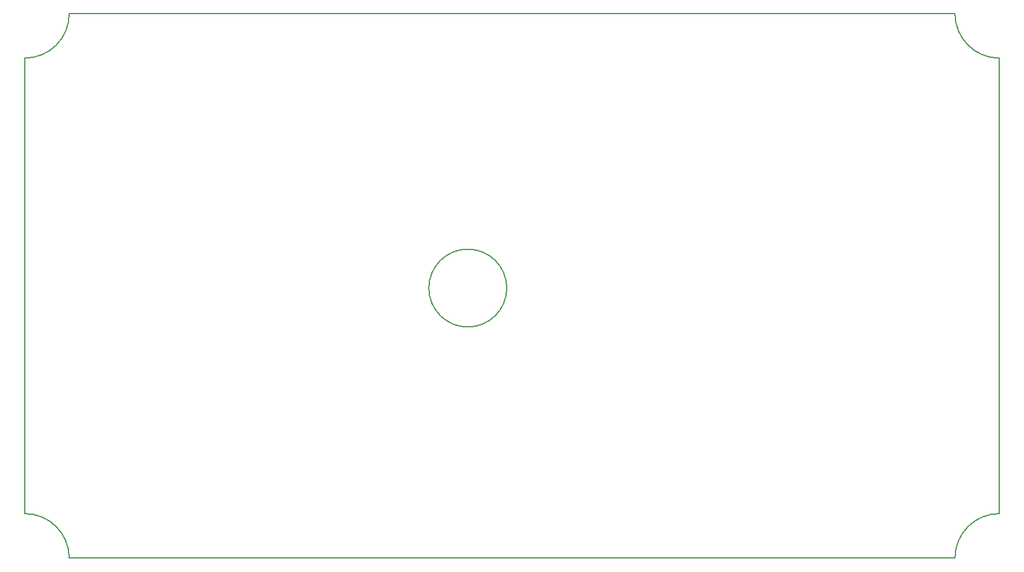
<source format=gbr>
G04 #@! TF.GenerationSoftware,KiCad,Pcbnew,(5.0.2)-1*
G04 #@! TF.CreationDate,2019-05-12T21:22:09-05:00*
G04 #@! TF.ProjectId,C64-Power-Supply,4336342d-506f-4776-9572-2d537570706c,0.1*
G04 #@! TF.SameCoordinates,Original*
G04 #@! TF.FileFunction,Profile,NP*
%FSLAX46Y46*%
G04 Gerber Fmt 4.6, Leading zero omitted, Abs format (unit mm)*
G04 Created by KiCad (PCBNEW (5.0.2)-1) date 5/12/2019 9:22:09 PM*
%MOMM*%
%LPD*%
G01*
G04 APERTURE LIST*
%ADD10C,0.150000*%
G04 APERTURE END LIST*
D10*
X145288000Y-88900000D02*
G75*
G03X145288000Y-88900000I-5588000J0D01*
G01*
X82550000Y-49530000D02*
G75*
G02X76200000Y-55880000I-6350000J0D01*
G01*
X76200000Y-121285000D02*
G75*
G02X82550000Y-127635000I0J-6350000D01*
G01*
X209550000Y-127635000D02*
G75*
G02X215900000Y-121285000I6350000J0D01*
G01*
X215900000Y-55880000D02*
G75*
G02X209550000Y-49530000I0J6350000D01*
G01*
X209550000Y-49530000D02*
X82550000Y-49530000D01*
X215900000Y-121285000D02*
X215900000Y-55880000D01*
X82550000Y-127635000D02*
X209550000Y-127635000D01*
X76200000Y-55880000D02*
X76200000Y-121285000D01*
M02*

</source>
